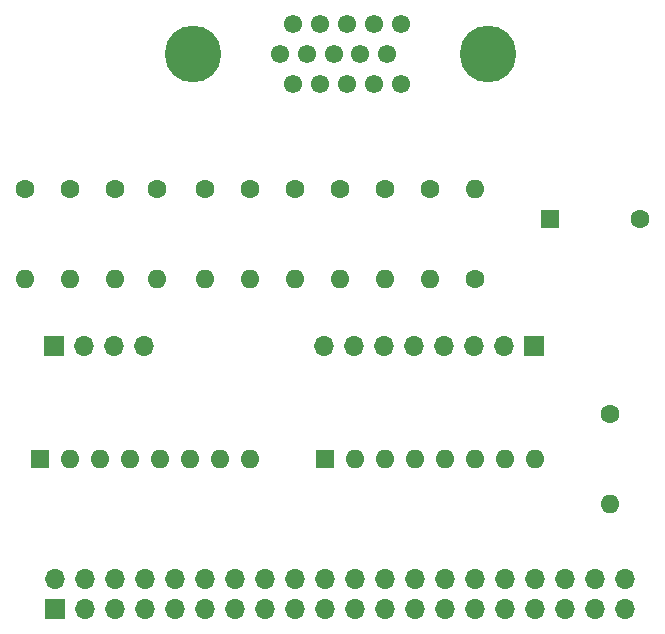
<source format=gbr>
%TF.GenerationSoftware,KiCad,Pcbnew,8.0.2*%
%TF.CreationDate,2025-02-23T18:43:33+01:00*%
%TF.ProjectId,propeller-40k-testhat,70726f70-656c-46c6-9572-2d34306b2d74,0*%
%TF.SameCoordinates,Original*%
%TF.FileFunction,Soldermask,Bot*%
%TF.FilePolarity,Negative*%
%FSLAX46Y46*%
G04 Gerber Fmt 4.6, Leading zero omitted, Abs format (unit mm)*
G04 Created by KiCad (PCBNEW 8.0.2) date 2025-02-23 18:43:33*
%MOMM*%
%LPD*%
G01*
G04 APERTURE LIST*
%ADD10R,1.700000X1.700000*%
%ADD11O,1.700000X1.700000*%
%ADD12C,1.600000*%
%ADD13O,1.600000X1.600000*%
%ADD14R,1.600000X1.600000*%
%ADD15C,1.550000*%
%ADD16C,4.800000*%
G04 APERTURE END LIST*
D10*
%TO.C,J4*%
X30353000Y-61595000D03*
D11*
X32893000Y-61595000D03*
X35433000Y-61595000D03*
X37973000Y-61595000D03*
%TD*%
D10*
%TO.C,J3*%
X70993000Y-61595000D03*
D11*
X68453000Y-61595000D03*
X65913000Y-61595000D03*
X63373000Y-61595000D03*
X60833000Y-61595000D03*
X58293000Y-61595000D03*
X55753000Y-61595000D03*
X53213000Y-61595000D03*
%TD*%
D10*
%TO.C,J1*%
X30480000Y-83820000D03*
D11*
X30480000Y-81280000D03*
X33020000Y-83820000D03*
X33020000Y-81280000D03*
X35560000Y-83820000D03*
X35560000Y-81280000D03*
X38100000Y-83820000D03*
X38100000Y-81280000D03*
X40640000Y-83820000D03*
X40640000Y-81280000D03*
X43180000Y-83820000D03*
X43180000Y-81280000D03*
X45720000Y-83820000D03*
X45720000Y-81280000D03*
X48260000Y-83820000D03*
X48260000Y-81280000D03*
X50800000Y-83820000D03*
X50800000Y-81280000D03*
X53340000Y-83820000D03*
X53340000Y-81280000D03*
X55880000Y-83820000D03*
X55880000Y-81280000D03*
X58420000Y-83820000D03*
X58420000Y-81280000D03*
X60960000Y-83820000D03*
X60960000Y-81280000D03*
X63500000Y-83820000D03*
X63500000Y-81280000D03*
X66040000Y-83820000D03*
X66040000Y-81280000D03*
X68580000Y-83820000D03*
X68580000Y-81280000D03*
X71120000Y-83820000D03*
X71120000Y-81280000D03*
X73660000Y-83820000D03*
X73660000Y-81280000D03*
X76200000Y-83820000D03*
X76200000Y-81280000D03*
X78740000Y-83820000D03*
X78740000Y-81280000D03*
%TD*%
D12*
%TO.C,R10*%
X46990000Y-48260000D03*
D13*
X46990000Y-55880000D03*
%TD*%
D14*
%TO.C,LS1*%
X72400000Y-50800000D03*
D12*
X80000000Y-50800000D03*
%TD*%
%TO.C,R1*%
X77470000Y-67310000D03*
D13*
X77470000Y-74930000D03*
%TD*%
D14*
%TO.C,RN1*%
X29210000Y-71120000D03*
D13*
X31750000Y-71120000D03*
X34290000Y-71120000D03*
X36830000Y-71120000D03*
X39370000Y-71120000D03*
X41910000Y-71120000D03*
X44450000Y-71120000D03*
X46990000Y-71120000D03*
%TD*%
D12*
%TO.C,R9*%
X43180000Y-48260000D03*
D13*
X43180000Y-55880000D03*
%TD*%
D12*
%TO.C,R12*%
X54610000Y-48260000D03*
D13*
X54610000Y-55880000D03*
%TD*%
D12*
%TO.C,R13*%
X58420000Y-48260000D03*
D13*
X58420000Y-55880000D03*
%TD*%
D12*
%TO.C,R5*%
X27940000Y-48260000D03*
D13*
X27940000Y-55880000D03*
%TD*%
D12*
%TO.C,R11*%
X50800000Y-48260000D03*
D13*
X50800000Y-55880000D03*
%TD*%
D12*
%TO.C,R6*%
X31750000Y-48260000D03*
D13*
X31750000Y-55880000D03*
%TD*%
D12*
%TO.C,R15*%
X66040000Y-55880000D03*
D13*
X66040000Y-48260000D03*
%TD*%
D15*
%TO.C,J2*%
X50620000Y-39370000D03*
X52900000Y-39370000D03*
X55180000Y-39370000D03*
X57460000Y-39370000D03*
X59740000Y-39370000D03*
X49480000Y-36830000D03*
X51760000Y-36830000D03*
X54040000Y-36830000D03*
X56320000Y-36830000D03*
X58600000Y-36830000D03*
X50620000Y-34290000D03*
X52900000Y-34290000D03*
X55180000Y-34290000D03*
X57460000Y-34290000D03*
X59740000Y-34290000D03*
D16*
X67110000Y-36830000D03*
X42110000Y-36830000D03*
%TD*%
D14*
%TO.C,RN2*%
X53340000Y-71120000D03*
D13*
X55880000Y-71120000D03*
X58420000Y-71120000D03*
X60960000Y-71120000D03*
X63500000Y-71120000D03*
X66040000Y-71120000D03*
X68580000Y-71120000D03*
X71120000Y-71120000D03*
%TD*%
D12*
%TO.C,R7*%
X35560000Y-48260000D03*
D13*
X35560000Y-55880000D03*
%TD*%
D12*
%TO.C,R14*%
X62230000Y-48260000D03*
D13*
X62230000Y-55880000D03*
%TD*%
D12*
%TO.C,R8*%
X39130000Y-48260000D03*
D13*
X39130000Y-55880000D03*
%TD*%
M02*

</source>
